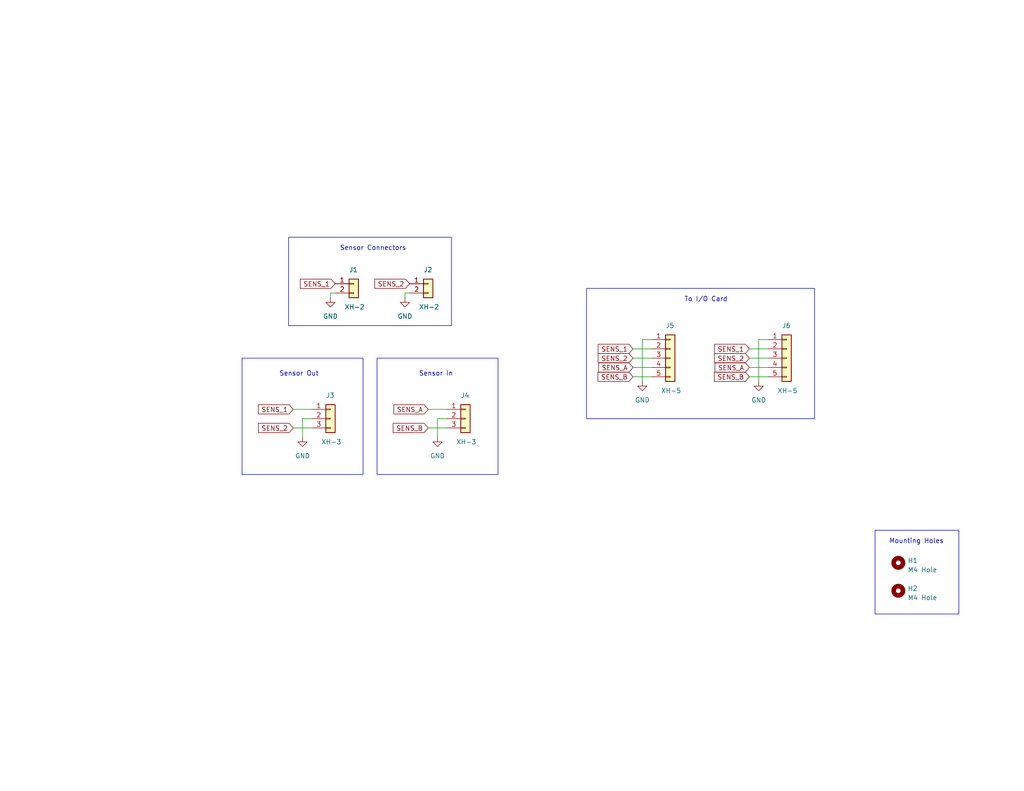
<source format=kicad_sch>
(kicad_sch (version 20230121) (generator eeschema)
  (paper "USLetter")
  (lib_symbols
    (symbol "Connector_Generic:Conn_01x02" (pin_names (offset 1.016) hide)
      (property "Reference" "J" (at 0 2.54 0))
      (property "Value" "Conn_01x02" (at 0 -5.08 0))
      (symbol "Conn_01x02_1_1"
        (rectangle (start -1.27 -2.413) (end 0 -2.667) (stroke (width 0.1524)))
        (rectangle (start -1.27 0.127) (end 0 -0.127) (stroke (width 0.1524)))
        (rectangle (start -1.27 1.27) (end 1.27 -3.81) (stroke (width 0.254)) (fill (type background)))
        (pin passive line (at -5.08 0 0) (length 3.81) (name "Pin_1") (number "1"))
        (pin passive line (at -5.08 -2.54 0) (length 3.81) (name "Pin_2") (number "2"))
      )
    )
    (symbol "Connector_Generic:Conn_01x03" (pin_names (offset 1.016) hide)
      (property "Reference" "J" (at 0 5.08 0))
      (property "Value" "Conn_01x03" (at 0 -5.08 0))
      (symbol "Conn_01x03_1_1"
        (rectangle (start -1.27 -2.413) (end 0 -2.667) (stroke (width 0.1524)))
        (rectangle (start -1.27 0.127) (end 0 -0.127) (stroke (width 0.1524)))
        (rectangle (start -1.27 2.667) (end 0 2.413) (stroke (width 0.1524)))
        (rectangle (start -1.27 3.81) (end 1.27 -3.81) (stroke (width 0.254)) (fill (type background)))
        (pin passive line (at -5.08 2.54 0) (length 3.81) (name "Pin_1") (number "1"))
        (pin passive line (at -5.08 0 0) (length 3.81) (name "Pin_2") (number "2"))
        (pin passive line (at -5.08 -2.54 0) (length 3.81) (name "Pin_3") (number "3"))
      )
    )
    (symbol "Connector_Generic:Conn_01x05" (pin_names (offset 1.016) hide)
      (property "Reference" "J" (at 0 7.62 0))
      (property "Value" "Conn_01x05" (at 0 -7.62 0))
      (symbol "Conn_01x05_1_1"
        (rectangle (start -1.27 -4.953) (end 0 -5.207) (stroke (width 0.1524)))
        (rectangle (start -1.27 -2.413) (end 0 -2.667) (stroke (width 0.1524)))
        (rectangle (start -1.27 0.127) (end 0 -0.127) (stroke (width 0.1524)))
        (rectangle (start -1.27 2.667) (end 0 2.413) (stroke (width 0.1524)))
        (rectangle (start -1.27 5.207) (end 0 4.953) (stroke (width 0.1524)))
        (rectangle (start -1.27 6.35) (end 1.27 -6.35) (stroke (width 0.254)) (fill (type background)))
        (pin passive line (at -5.08 5.08 0) (length 3.81) (name "Pin_1") (number "1"))
        (pin passive line (at -5.08 2.54 0) (length 3.81) (name "Pin_2") (number "2"))
        (pin passive line (at -5.08 0 0) (length 3.81) (name "Pin_3") (number "3"))
        (pin passive line (at -5.08 -2.54 0) (length 3.81) (name "Pin_4") (number "4"))
        (pin passive line (at -5.08 -5.08 0) (length 3.81) (name "Pin_5") (number "5"))
      )
    )
    (symbol "Mechanical:MountingHole" (pin_names (offset 1.016))
      (property "Reference" "H" (at 0 5.08 0))
      (property "Value" "MountingHole" (at 0 3.175 0))
      (symbol "MountingHole_0_1"
        (circle (center 0 0) (radius 1.27) (stroke (width 1.27)))
      )
    )
    (symbol "power:GND" (power) (pin_names (offset 0))
      (property "Value" "GND" (at 0 -3.81 0))
      (symbol "GND_0_1"
        (polyline (pts (xy 0 0) (xy 0 -1.27) (xy 1.27 -1.27) (xy 0 -2.54) (xy -1.27 -1.27) (xy 0 -1.27)))
      )
      (symbol "GND_1_1"
        (pin power_in line (at 0 0 270) (length 0) hide (name "GND") (number "1"))
      )
    )
  )
  (wire (pts (xy 121.92 114.3) (xy 119.38 114.3)))
  (wire (pts (xy 119.38 114.3) (xy 119.38 119.38)))
  (wire (pts (xy 172.72 102.87) (xy 177.8 102.87)))
  (wire (pts (xy 80.01 116.84) (xy 85.09 116.84)))
  (wire (pts (xy 172.72 100.33) (xy 177.8 100.33)))
  (wire (pts (xy 204.47 95.25) (xy 209.55 95.25)))
  (wire (pts (xy 204.47 102.87) (xy 209.55 102.87)))
  (wire (pts (xy 175.26 92.71) (xy 175.26 104.14)))
  (wire (pts (xy 172.72 97.79) (xy 177.8 97.79)))
  (wire (pts (xy 116.84 111.76) (xy 121.92 111.76)))
  (wire (pts (xy 207.01 92.71) (xy 207.01 104.14)))
  (wire (pts (xy 110.49 80.01) (xy 110.49 81.28)))
  (wire (pts (xy 90.17 80.01) (xy 90.17 81.28)))
  (wire (pts (xy 116.84 116.84) (xy 121.92 116.84)))
  (wire (pts (xy 204.47 97.79) (xy 209.55 97.79)))
  (wire (pts (xy 204.47 100.33) (xy 209.55 100.33)))
  (wire (pts (xy 172.72 95.25) (xy 177.8 95.25)))
  (wire (pts (xy 80.01 111.76) (xy 85.09 111.76)))
  (wire (pts (xy 85.09 114.3) (xy 82.55 114.3)))
  (wire (pts (xy 207.01 92.71) (xy 209.55 92.71)))
  (wire (pts (xy 111.76 80.01) (xy 110.49 80.01)))
  (wire (pts (xy 91.44 80.01) (xy 90.17 80.01)))
  (wire (pts (xy 82.55 114.3) (xy 82.55 119.38)))
  (wire (pts (xy 175.26 92.71) (xy 177.8 92.71)))
  (rectangle (start 238.76 144.78) (end 261.62 167.64))
  (rectangle (start 66.04 97.79) (end 99.06 129.54))
  (rectangle (start 102.87 97.79) (end 135.89 129.54))
  (rectangle (start 78.74 64.77) (end 123.19 88.9))
  (rectangle (start 160.02 78.74) (end 222.25 114.3))
  (text "Sensor Connectors" (at 92.71 68.58 0) (effects (font (size 1.27 1.27)) (justify left bottom)))
  (text "Sensor In" (at 114.3 102.87 0) (effects (font (size 1.27 1.27)) (justify left bottom)))
  (text "Mounting Holes" (at 242.57 148.59 0) (effects (font (size 1.27 1.27)) (justify left bottom)))
  (text "To I/O Card" (at 186.69 82.55 0) (effects (font (size 1.27 1.27)) (justify left bottom)))
  (text "Sensor Out" (at 76.2 102.87 0) (effects (font (size 1.27 1.27)) (justify left bottom)))
  (global_label "SENS_A" (shape input) (at 172.72 100.33 180) (property "Intersheetrefs" "${INTERSHEET_REFS}" (effects hide)))
  (global_label "SENS_2" (shape input) (at 80.01 116.84 180) (property "Intersheetrefs" "${INTERSHEET_REFS}" (effects hide)))
  (global_label "SENS_2" (shape input) (at 172.72 97.79 180) (property "Intersheetrefs" "${INTERSHEET_REFS}" (effects hide)))
  (global_label "SENS_2" (shape input) (at 111.76 77.47 180) (property "Intersheetrefs" "${INTERSHEET_REFS}" (effects hide)))
  (global_label "SENS_1" (shape input) (at 204.47 95.25 180) (property "Intersheetrefs" "${INTERSHEET_REFS}" (effects hide)))
  (global_label "SENS_1" (shape input) (at 91.44 77.47 180) (property "Intersheetrefs" "${INTERSHEET_REFS}" (effects hide)))
  (global_label "SENS_B" (shape input) (at 204.47 102.87 180) (property "Intersheetrefs" "${INTERSHEET_REFS}" (effects hide)))
  (global_label "SENS_B" (shape input) (at 172.72 102.87 180) (property "Intersheetrefs" "${INTERSHEET_REFS}" (effects hide)))
  (global_label "SENS_A" (shape input) (at 116.84 111.76 180) (property "Intersheetrefs" "${INTERSHEET_REFS}" (effects hide)))
  (global_label "SENS_A" (shape input) (at 204.47 100.33 180) (property "Intersheetrefs" "${INTERSHEET_REFS}" (effects hide)))
  (global_label "SENS_1" (shape input) (at 80.01 111.76 180) (property "Intersheetrefs" "${INTERSHEET_REFS}" (effects hide)))
  (global_label "SENS_B" (shape input) (at 116.84 116.84 180) (property "Intersheetrefs" "${INTERSHEET_REFS}" (effects hide)))
  (global_label "SENS_2" (shape input) (at 204.47 97.79 180) (property "Intersheetrefs" "${INTERSHEET_REFS}" (effects hide)))
  (global_label "SENS_1" (shape input) (at 172.72 95.25 180) (property "Intersheetrefs" "${INTERSHEET_REFS}" (effects hide)))
  (symbol (lib_id "Connector_Generic:Conn_01x02") (at 116.84 77.47 0) (unit 1)
    (property "Reference" "J2" (at 115.57 73.66 0) (effects (justify left)))
    (property "Value" "XH-2" (at 114.3 83.82 0) (effects (justify left)))
    (property "Footprint" "Connector_JST:JST_XH_B2B-XH-A_1x02_P2.50mm_Vertical" (effects hide))
  )
  (symbol (lib_id "Mechanical:MountingHole") (at 245.11 153.67 0) (unit 1)
    (property "Reference" "H1" (at 247.65 153.035 0) (effects (justify left)))
    (property "Value" "M4 Hole" (at 247.65 155.575 0) (effects (justify left)))
    (property "Footprint" "MountingHole:MountingHole_4.3mm_M4" (effects hide))
  )
  (symbol (lib_id "power:GND") (at 119.38 119.38 0) (unit 1)
    (property "Reference" "#PWR03" (effects hide))
    (property "Value" "GND" (at 119.38 124.46 0))
  )
  (symbol (lib_id "Connector_Generic:Conn_01x02") (at 96.52 77.47 0) (unit 1)
    (property "Reference" "J1" (at 95.25 73.66 0) (effects (justify left)))
    (property "Value" "XH-2" (at 93.98 83.82 0) (effects (justify left)))
    (property "Footprint" "Connector_JST:JST_XH_B2B-XH-A_1x02_P2.50mm_Vertical" (effects hide))
  )
  (symbol (lib_id "power:GND") (at 207.01 104.14 0) (unit 1)
    (property "Reference" "#PWR06" (effects hide))
    (property "Value" "GND" (at 207.01 109.22 0))
  )
  (symbol (lib_id "Connector_Generic:Conn_01x03") (at 127 114.3 0) (unit 1)
    (property "Reference" "J4" (at 125.73 107.95 0) (effects (justify left)))
    (property "Value" "XH-3" (at 124.46 120.65 0) (effects (justify left)))
    (property "Footprint" "Connector_JST:JST_XH_S3B-XH-A-1_1x03_P2.50mm_Horizontal" (effects hide))
  )
  (symbol (lib_id "Connector_Generic:Conn_01x03") (at 90.17 114.3 0) (unit 1)
    (property "Reference" "J3" (at 88.9 107.95 0) (effects (justify left)))
    (property "Value" "XH-3" (at 87.63 120.65 0) (effects (justify left)))
    (property "Footprint" "Connector_JST:JST_XH_S3B-XH-A-1_1x03_P2.50mm_Horizontal" (effects hide))
  )
  (symbol (lib_id "power:GND") (at 90.17 81.28 0) (unit 1)
    (property "Reference" "#PWR02" (effects hide))
    (property "Value" "GND" (at 90.17 86.36 0))
  )
  (symbol (lib_id "power:GND") (at 82.55 119.38 0) (unit 1)
    (property "Reference" "#PWR04" (effects hide))
    (property "Value" "GND" (at 82.55 124.46 0))
  )
  (symbol (lib_id "power:GND") (at 110.49 81.28 0) (unit 1)
    (property "Reference" "#PWR01" (effects hide))
    (property "Value" "GND" (at 110.49 86.36 0))
  )
  (symbol (lib_id "Connector_Generic:Conn_01x05") (at 182.88 97.79 0) (unit 1)
    (property "Reference" "J5" (at 181.61 88.9 0) (effects (justify left)))
    (property "Value" "XH-5" (at 180.34 106.68 0) (effects (justify left)))
    (property "Footprint" "Connector_JST:JST_XH_S5B-XH-A-1_1x05_P2.50mm_Horizontal" (effects hide))
  )
  (symbol (lib_id "Mechanical:MountingHole") (at 245.11 161.29 0) (unit 1)
    (property "Reference" "H2" (at 247.65 160.655 0) (effects (justify left)))
    (property "Value" "M4 Hole" (at 247.65 163.195 0) (effects (justify left)))
    (property "Footprint" "MountingHole:MountingHole_4.3mm_M4" (effects hide))
  )
  (symbol (lib_id "power:GND") (at 175.26 104.14 0) (unit 1)
    (property "Reference" "#PWR05" (effects hide))
    (property "Value" "GND" (at 175.26 109.22 0))
  )
  (symbol (lib_id "Connector_Generic:Conn_01x05") (at 214.63 97.79 0) (unit 1)
    (property "Reference" "J6" (at 213.36 88.9 0) (effects (justify left)))
    (property "Value" "XH-5" (at 212.09 106.68 0) (effects (justify left)))
    (property "Footprint" "Connector_JST:JST_XH_S5B-XH-A-1_1x05_P2.50mm_Horizontal" (effects hide))
  )
)
</source>
